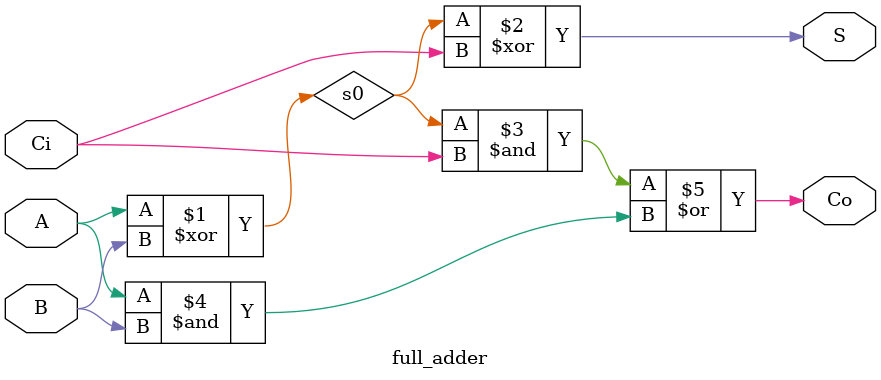
<source format=v>
/*
 * Generated by Digital. Don't modify this file!
 * Any changes will be lost if this file is regenerated.
 */

module full_adder (
  input A,
  input B,
  input Ci,
  output S,
  output Co
);
  wire s0;
  assign s0 = (A ^ B);
  assign S = (s0 ^ Ci);
  assign Co = ((s0 & Ci) | (A & B));
endmodule

</source>
